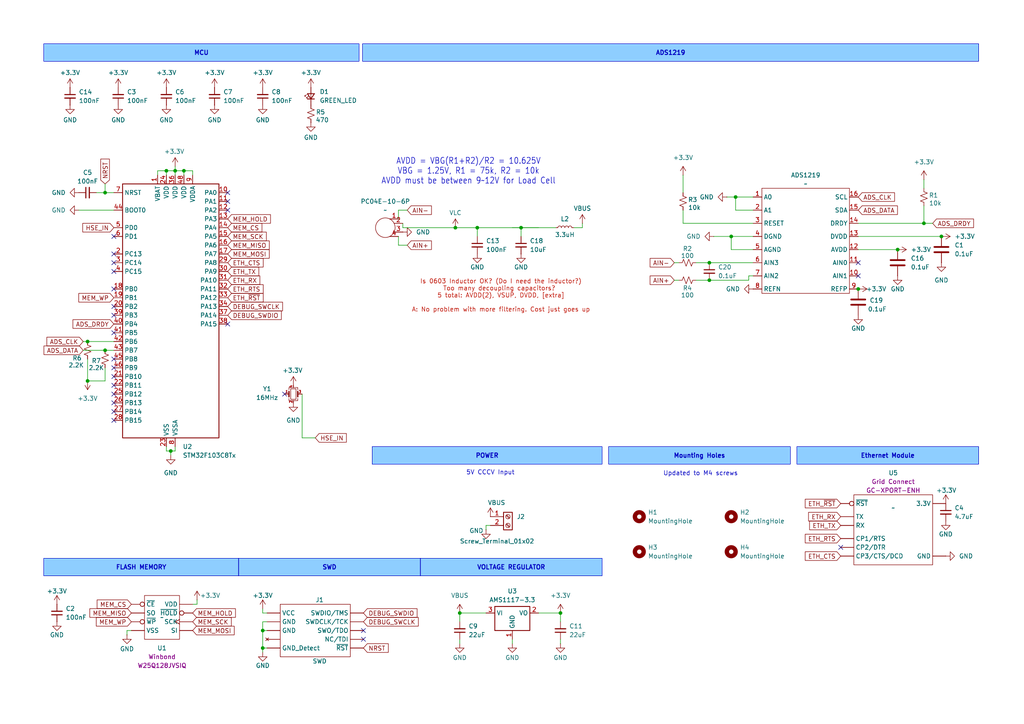
<source format=kicad_sch>
(kicad_sch (version 20250114) (generator "eeschema") (generator_version "9.0")
  (paper "A4")
  (lib_symbols
    (symbol "Connector:Screw_Terminal_01x02" (pin_names (offset 1.016) (hide yes))
      (property "Reference" "J2" (at 2.54 0.0001 0))
      (property "Value" "Screw_Terminal_01x02" (at 2.54 -2.5399 0))
      (symbol "Screw_Terminal_01x02_1_1"
        (rectangle (start -1.27 1.27) (end 1.27 -3.81) (stroke (width 0.254)))
        (polyline (pts (xy -0.5334 0.3302) (xy 0.3302 -0.508)) (stroke (width 0.1524)))
        (polyline (pts (xy -0.5334 -2.2098) (xy 0.3302 -3.048)) (stroke (width 0.1524)))
        (polyline (pts (xy -0.3556 0.508) (xy 0.508 -0.3302)) (stroke (width 0.1524)))
        (polyline (pts (xy -0.3556 -2.032) (xy 0.508 -2.8702)) (stroke (width 0.1524)))
        (circle (center 0 0) (radius 0.635) (stroke (width 0.1524)))
        (circle (center 0 -2.54) (radius 0.635) (stroke (width 0.1524)))
        (pin passive line (at -5.08 0 0) (length 3.81) (name "Pin_1") (number "1"))
        (pin passive line (at -5.08 -2.54 0) (length 3.81) (name "Pin_2") (number "2"))
      )
    )
    (symbol "Device:C" (pin_numbers (hide yes)) (pin_names (offset 0.254))
      (property "Reference" "C" (at 0.635 2.54 0))
      (property "Value" "C" (at 0.635 -2.54 0))
      (symbol "C_0_1"
        (polyline (pts (xy -2.032 0.762) (xy 2.032 0.762)) (stroke (width 0.508)))
        (polyline (pts (xy -2.032 -0.762) (xy 2.032 -0.762)) (stroke (width 0.508)))
      )
      (symbol "C_1_1"
        (pin passive line (at 0 3.81 270) (length 2.794) (name "~") (number "1"))
        (pin passive line (at 0 -3.81 90) (length 2.794) (name "~") (number "2"))
      )
    )
    (symbol "Device:C_Small" (pin_numbers (hide yes)) (pin_names (offset 0.254) (hide yes))
      (property "Reference" "C" (at 0.254 1.778 0))
      (property "Value" "C_Small" (at 0.254 -2.032 0))
      (symbol "C_Small_0_1"
        (polyline (pts (xy -1.524 0.508) (xy 1.524 0.508)) (stroke (width 0.3048)))
        (polyline (pts (xy -1.524 -0.508) (xy 1.524 -0.508)) (stroke (width 0.3302)))
      )
      (symbol "C_Small_1_1"
        (pin passive line (at 0 2.54 270) (length 2.032) (name "~") (number "1"))
        (pin passive line (at 0 -2.54 90) (length 2.032) (name "~") (number "2"))
      )
    )
    (symbol "Device:Crystal_GND24_Small" (pin_names (offset 1.016) (hide yes))
      (property "Reference" "Y" (at 1.27 4.445 0))
      (property "Value" "Crystal_GND24_Small" (at 1.27 2.54 0))
      (symbol "Crystal_GND24_Small_0_1"
        (polyline (pts (xy -1.27 1.27) (xy -1.27 1.905) (xy 1.27 1.905) (xy 1.27 1.27)))
        (polyline (pts (xy -1.27 -0.762) (xy -1.27 0.762)) (stroke (width 0.381)))
        (polyline (pts (xy -1.27 -1.27) (xy -1.27 -1.905) (xy 1.27 -1.905) (xy 1.27 -1.27)))
        (rectangle (start -0.762 -1.524) (end 0.762 1.524))
        (polyline (pts (xy 1.27 -0.762) (xy 1.27 0.762)) (stroke (width 0.381)))
      )
      (symbol "Crystal_GND24_Small_1_1"
        (pin passive line (at -2.54 0 0) (length 1.27) (name "1") (number "1"))
        (pin passive line (at 0 2.54 270) (length 0.635) (name "4") (number "4"))
        (pin passive line (at 0 -2.54 90) (length 0.635) (name "2") (number "2"))
        (pin passive line (at 2.54 0 180) (length 1.27) (name "3") (number "3"))
      )
    )
    (symbol "Device:LED_Small" (pin_numbers (hide yes)) (pin_names (offset 0.254) (hide yes))
      (property "Reference" "D" (at -1.27 3.175 0))
      (property "Value" "LED_Small" (at -4.445 -2.54 0))
      (symbol "LED_Small_0_1"
        (polyline (pts (xy -0.762 -1.016) (xy -0.762 1.016)) (stroke (width 0.254)))
        (polyline (pts (xy 0 0.762) (xy -0.508 1.27) (xy -0.254 1.27) (xy -0.508 1.27) (xy -0.508 1.016)))
        (polyline (pts (xy 0.508 1.27) (xy 0 1.778) (xy 0.254 1.778) (xy 0 1.778) (xy 0 1.524)))
        (polyline (pts (xy 0.762 -1.016) (xy -0.762 0) (xy 0.762 1.016) (xy 0.762 -1.016)) (stroke (width 0.254)))
        (polyline (pts (xy 1.016 0) (xy -0.762 0)))
      )
      (symbol "LED_Small_1_1"
        (pin passive line (at -2.54 0 0) (length 1.778) (name "K") (number "1"))
        (pin passive line (at 2.54 0 180) (length 1.778) (name "A") (number "2"))
      )
    )
    (symbol "Device:L_Small" (pin_numbers (hide yes)) (pin_names (offset 0.254) (hide yes))
      (property "Reference" "L" (at 0.762 1.016 0))
      (property "Value" "L_Small" (at 0.762 -1.016 0))
      (symbol "L_Small_0_1"
        (arc (start 0 2.032) (mid 0.5058 1.524) (end 0 1.016))
        (arc (start 0 1.016) (mid 0.5058 0.508) (end 0 0))
        (arc (start 0 0) (mid 0.5058 -0.508) (end 0 -1.016))
        (arc (start 0 -1.016) (mid 0.5058 -1.524) (end 0 -2.032))
      )
      (symbol "L_Small_1_1"
        (pin passive line (at 0 2.54 270) (length 0.508) (name "~") (number "1"))
        (pin passive line (at 0 -2.54 90) (length 0.508) (name "~") (number "2"))
      )
    )
    (symbol "Device:R_Small_US" (pin_numbers (hide yes)) (pin_names (offset 0.254) (hide yes))
      (property "Reference" "R" (at 0.762 0.508 0))
      (property "Value" "R_Small_US" (at 0.762 -1.016 0))
      (symbol "R_Small_US_1_1"
        (polyline (pts (xy 0 1.524) (xy 1.016 1.143) (xy 0 0.762) (xy -1.016 0.381) (xy 0 0)))
        (polyline (pts (xy 0 0) (xy 1.016 -0.381) (xy 0 -0.762) (xy -1.016 -1.143) (xy 0 -1.524)))
        (pin passive line (at 0 2.54 270) (length 1.016) (name "~") (number "1"))
        (pin passive line (at 0 -2.54 90) (length 1.016) (name "~") (number "2"))
      )
    )
    (symbol "MCU_ST_STM32F1:STM32F103C8Tx"
      (property "Reference" "U1" (at 4.7341 -38.1 0))
      (property "Value" "STM32F103C8Tx" (at 4.7341 -40.64 0))
      (symbol "STM32F103C8Tx_1_1"
        (rectangle (start -12.7 38.1) (end 15.24 -35.56) (stroke (width 0.254)))
        (pin input line (at -15.24 35.56 0) (length 2.54) (name "NRST") (number "7"))
        (pin input line (at -15.24 30.48 0) (length 2.54) (name "BOOT0") (number "44"))
        (pin bidirectional line (at -15.24 25.4 0) (length 2.54) (name "PD0") (number "5"))
        (pin bidirectional line (at -15.24 22.86 0) (length 2.54) (name "PD1") (number "6"))
        (pin bidirectional line (at -15.24 17.78 0) (length 2.54) (name "PC13") (number "2"))
        (pin bidirectional line (at -15.24 15.24 0) (length 2.54) (name "PC14") (number "3"))
        (pin bidirectional line (at -15.24 12.7 0) (length 2.54) (name "PC15") (number "4"))
        (pin bidirectional line (at -15.24 7.62 0) (length 2.54) (name "PB0") (number "18"))
        (pin bidirectional line (at -15.24 5.08 0) (length 2.54) (name "PB1") (number "19"))
        (pin bidirectional line (at -15.24 2.54 0) (length 2.54) (name "PB2") (number "20"))
        (pin bidirectional line (at -15.24 0 0) (length 2.54) (name "PB3") (number "39"))
        (pin bidirectional line (at -15.24 -2.54 0) (length 2.54) (name "PB4") (number "40"))
        (pin bidirectional line (at -15.24 -5.08 0) (length 2.54) (name "PB5") (number "41"))
        (pin bidirectional line (at -15.24 -7.62 0) (length 2.54) (name "PB6") (number "42"))
        (pin bidirectional line (at -15.24 -10.16 0) (length 2.54) (name "PB7") (number "43"))
        (pin bidirectional line (at -15.24 -12.7 0) (length 2.54) (name "PB8") (number "45"))
        (pin bidirectional line (at -15.24 -15.24 0) (length 2.54) (name "PB9") (number "46"))
        (pin bidirectional line (at -15.24 -17.78 0) (length 2.54) (name "PB10") (number "21"))
        (pin bidirectional line (at -15.24 -20.32 0) (length 2.54) (name "PB11") (number "22"))
        (pin bidirectional line (at -15.24 -22.86 0) (length 2.54) (name "PB12") (number "25"))
        (pin bidirectional line (at -15.24 -25.4 0) (length 2.54) (name "PB13") (number "26"))
        (pin bidirectional line (at -15.24 -27.94 0) (length 2.54) (name "PB14") (number "27"))
        (pin bidirectional line (at -15.24 -30.48 0) (length 2.54) (name "PB15") (number "28"))
        (pin power_in line (at -2.54 40.64 270) (length 2.54) (name "VBAT") (number "1"))
        (pin power_in line (at 0 40.64 270) (length 2.54) (name "VDD") (number "24"))
        (pin power_in line (at 0 -38.1 90) (length 2.54) (name "VSS") (number "23"))
        (pin passive line (at 0 -38.1 90) (length 2.54) (hide yes) (name "VSS") (number "35"))
        (pin passive line (at 0 -38.1 90) (length 2.54) (hide yes) (name "VSS") (number "47"))
        (pin power_in line (at 2.54 40.64 270) (length 2.54) (name "VDD") (number "36"))
        (pin power_in line (at 2.54 -38.1 90) (length 2.54) (name "VSSA") (number "8"))
        (pin power_in line (at 5.08 40.64 270) (length 2.54) (name "VDD") (number "48"))
        (pin power_in line (at 7.62 40.64 270) (length 2.54) (name "VDDA") (number "9"))
        (pin bidirectional line (at 17.78 35.56 180) (length 2.54) (name "PA0") (number "10"))
        (pin bidirectional line (at 17.78 33.02 180) (length 2.54) (name "PA1") (number "11"))
        (pin bidirectional line (at 17.78 30.48 180) (length 2.54) (name "PA2") (number "12"))
        (pin bidirectional line (at 17.78 27.94 180) (length 2.54) (name "PA3") (number "13"))
        (pin bidirectional line (at 17.78 25.4 180) (length 2.54) (name "PA4") (number "14"))
        (pin bidirectional line (at 17.78 22.86 180) (length 2.54) (name "PA5") (number "15"))
        (pin bidirectional line (at 17.78 20.32 180) (length 2.54) (name "PA6") (number "16"))
        (pin bidirectional line (at 17.78 17.78 180) (length 2.54) (name "PA7") (number "17"))
        (pin bidirectional line (at 17.78 15.24 180) (length 2.54) (name "PA8") (number "29"))
        (pin bidirectional line (at 17.78 12.7 180) (length 2.54) (name "PA9") (number "30"))
        (pin bidirectional line (at 17.78 10.16 180) (length 2.54) (name "PA10") (number "31"))
        (pin bidirectional line (at 17.78 7.62 180) (length 2.54) (name "PA11") (number "32"))
        (pin bidirectional line (at 17.78 5.08 180) (length 2.54) (name "PA12") (number "33"))
        (pin bidirectional line (at 17.78 2.54 180) (length 2.54) (name "PA13") (number "34"))
        (pin bidirectional line (at 17.78 0 180) (length 2.54) (name "PA14") (number "37"))
        (pin bidirectional line (at 17.78 -2.54 180) (length 2.54) (name "PA15") (number "38"))
      )
    )
    (symbol "Mechanical:MountingHole" (pin_names (offset 1.016)) (exclude_from_sim yes) (in_bom no)
      (property "Reference" "H" (at 0 5.08 0))
      (property "Value" "MountingHole" (at 0 3.175 0))
      (symbol "MountingHole_0_1"
        (circle (center 0 0) (radius 1.27) (stroke (width 1.27)))
      )
    )
    (symbol "Regulator_Linear:AMS1117-3.3"
      (property "Reference" "U3" (at 0 6.35 0))
      (property "Value" "AMS1117-3.3" (at 0 3.81 0))
      (symbol "AMS1117-3.3_1_1"
        (rectangle (start -5.08 1.905) (end 5.08 -5.08) (stroke (width 0.254)))
        (pin power_in line (at -7.62 0 0) (length 2.54) (name "VI") (number "3"))
        (pin power_in line (at 0 -7.62 90) (length 2.54) (name "GND") (number "1"))
        (pin power_out line (at 7.62 0 180) (length 2.54) (name "VO") (number "2"))
      )
    )
    (symbol "UCIRP-KiCAD-Lib:ARM_Cortex_Debug" (pin_numbers (hide yes))
      (property "Reference" "J" (at 0 11.43 0))
      (property "Value" "ARM Cortex Debug" (at 0 8.89 0))
      (symbol "ARM_Cortex_Debug_0_1"
        (rectangle (start -10.16 7.62) (end 10.16 -7.62))
      )
      (symbol "ARM_Cortex_Debug_1_1"
        (pin passive line (at -13.97 5.08 0) (length 3.81) (name "VCC") (number "1"))
        (pin passive line (at -13.97 2.54 0) (length 3.81) (name "GND") (number "3"))
        (pin passive line (at -13.97 0 0) (length 3.81) (name "GND") (number "5"))
        (pin no_connect line (at -13.97 -2.54 0) (length 3.81) (name "") (number "7"))
        (pin passive line (at -13.97 -5.08 0) (length 3.81) (name "GND_Detect") (number "9"))
        (pin passive line (at 13.97 5.08 180) (length 3.81) (name "SWDIO/TMS") (number "2"))
        (pin passive line (at 13.97 2.54 180) (length 3.81) (name "SWDCLK/TCK") (number "4"))
        (pin passive line (at 13.97 0 180) (length 3.81) (name "SWO/TDO") (number "6"))
        (pin passive line (at 13.97 -2.54 180) (length 3.81) (name "NC/TDI") (number "8"))
        (pin passive line (at 13.97 -5.08 180) (length 3.81) (name "~{RST}") (number "10"))
      )
    )
    (symbol "UCIRP-KiCAD-Lib:GC-XPORT" (pin_numbers (hide yes))
      (property "Reference" "U" (at 0 17.78 0))
      (property "Manufacturer" "Grid Connect" (at 0 0 0))
      (property "Part #" "GC-XPORT-ENH" (at 0 0 0))
      (symbol "GC-XPORT_0_1"
        (rectangle (start -11.43 10.16) (end 11.43 -10.16))
      )
      (symbol "GC-XPORT_1_1"
        (pin input inverted (at -15.24 7.62 0) (length 3.81) (name "~{RST}") (number "3"))
        (pin output line (at -15.24 3.81 0) (length 3.81) (name "TX") (number "4"))
        (pin input line (at -15.24 1.27 0) (length 3.81) (name "RX") (number "5"))
        (pin bidirectional line (at -15.24 -2.54 0) (length 3.81) (name "CP1/RTS") (number "6"))
        (pin bidirectional line (at -15.24 -5.08 0) (length 3.81) (name "CP2/DTR") (number "7"))
        (pin bidirectional line (at -15.24 -7.62 0) (length 3.81) (name "CP3/CTS/DCD") (number "8"))
        (pin power_in line (at 15.24 7.62 180) (length 3.81) (name "3.3V") (number "2"))
        (pin power_in line (at 15.24 -7.62 180) (length 3.81) (name "GND") (number "1"))
      )
    )
    (symbol "UCIRP-KiCAD-Lib:SST25VF016B" (pin_numbers (hide yes))
      (property "Reference" "U" (at 0 7.62 0))
      (property "Manufacturer" "Microchip" (at 0 0 0))
      (property "Part #" "SST25VF016B-50-4I-S2AF" (at 0 0 0))
      (symbol "SST25VF016B_0_1"
        (rectangle (start -5.08 6.35) (end 5.08 -6.35))
      )
      (symbol "SST25VF016B_1_1"
        (pin input inverted (at -8.89 3.81 0) (length 3.81) (name "~{CE}") (number "1"))
        (pin output line (at -8.89 1.27 0) (length 3.81) (name "SO") (number "2"))
        (pin input inverted (at -8.89 -1.27 0) (length 3.81) (name "~{WP}") (number "3"))
        (pin power_in line (at -8.89 -3.81 0) (length 3.81) (name "VSS") (number "4"))
        (pin power_in line (at 8.89 3.81 180) (length 3.81) (name "VDD") (number "8"))
        (pin input inverted (at 8.89 1.27 180) (length 3.81) (name "~{HOLD}") (number "7"))
        (pin input clock (at 8.89 -1.27 180) (length 3.81) (name "SCK") (number "6"))
        (pin input line (at 8.89 -3.81 180) (length 3.81) (name "SI") (number "5"))
      )
    )
    (symbol "UCIRP-LIB:gx12"
      (property "Reference" "GX12" (at 0 6.35 0))
      (property "Value" "~" (at 0 5.08 0))
      (symbol "gx12_1_1"
        (circle (center 0 0) (radius 2.8398))
        (pin input line (at 3.81 2.54 180) (length 2.54) (name "") (number "1"))
        (pin input line (at 3.81 -2.54 180) (length 2.54) (name "") (number "4"))
        (pin input line (at 5.08 1.27 180) (length 2.54) (name "") (number "2"))
        (pin input line (at 5.08 -1.27 180) (length 2.54) (name "") (number "3"))
      )
    )
    (symbol "load-cell-lib:ADS1219"
      (property "Reference" "ADS1219" (at 0 19.05 0))
      (property "Value" "~" (at 0 16.51 0))
      (symbol "ADS1219_0_1"
        (rectangle (start -12.7 15.24) (end 12.7 -15.24))
      )
      (symbol "ADS1219_1_1"
        (pin input line (at -15.24 12.7 0) (length 2.54) (name "A0") (number "1"))
        (pin input line (at -15.24 8.89 0) (length 2.54) (name "A1") (number "2"))
        (pin input line (at -15.24 5.08 0) (length 2.54) (name "RESET") (number "3"))
        (pin input line (at -15.24 1.27 0) (length 2.54) (name "DGND") (number "4"))
        (pin input line (at -15.24 -2.54 0) (length 2.54) (name "AGND") (number "5"))
        (pin input line (at -15.24 -6.35 0) (length 2.54) (name "AIN3") (number "6"))
        (pin input line (at -15.24 -10.16 0) (length 2.54) (name "AIN2") (number "7"))
        (pin input line (at -15.24 -13.97 0) (length 2.54) (name "REFN") (number "8"))
        (pin bidirectional line (at 15.24 12.7 180) (length 2.54) (name "SCL") (number "16"))
        (pin bidirectional line (at 15.24 8.89 180) (length 2.54) (name "SDA") (number "15"))
        (pin input line (at 15.24 5.08 180) (length 2.54) (name "DRDY") (number "14"))
        (pin input line (at 15.24 1.27 180) (length 2.54) (name "DVDD") (number "13"))
        (pin input line (at 15.24 -2.54 180) (length 2.54) (name "AVDD") (number "12"))
        (pin input line (at 15.24 -6.35 180) (length 2.54) (name "AIN0") (number "11"))
        (pin input line (at 15.24 -10.16 180) (length 2.54) (name "AIN1") (number "10"))
        (pin input line (at 15.24 -13.97 180) (length 2.54) (name "REFP") (number "9"))
      )
    )
    (symbol "power:+3.3V" (power) (pin_numbers (hide yes)) (pin_names (offset 0) (hide yes))
      (property "Value" "+3.3V" (at 0 3.556 0))
      (symbol "+3.3V_0_1"
        (polyline (pts (xy -0.762 1.27) (xy 0 2.54)))
        (polyline (pts (xy 0 2.54) (xy 0.762 1.27)))
        (polyline (pts (xy 0 0) (xy 0 2.54)))
      )
      (symbol "+3.3V_1_1"
        (pin power_in line (at 0 0 90) (length 0) (name "~") (number "1"))
      )
    )
    (symbol "power:GND" (power) (pin_numbers (hide yes)) (pin_names (offset 0) (hide yes))
      (property "Value" "GND" (at 0 -3.81 0))
      (symbol "GND_0_1"
        (polyline (pts (xy 0 0) (xy 0 -1.27) (xy 1.27 -1.27) (xy 0 -2.54) (xy -1.27 -1.27) (xy 0 -1.27)))
      )
      (symbol "GND_1_1"
        (pin power_in line (at 0 0 270) (length 0) (name "~") (number "1"))
      )
    )
    (symbol "power:VBUS" (power) (pin_numbers (hide yes)) (pin_names (offset 0) (hide yes))
      (property "Value" "VBUS" (at 0 3.556 0))
      (symbol "VBUS_0_1"
        (polyline (pts (xy -0.762 1.27) (xy 0 2.54)))
        (polyline (pts (xy 0 2.54) (xy 0.762 1.27)))
        (polyline (pts (xy 0 0) (xy 0 2.54)))
      )
      (symbol "VBUS_1_1"
        (pin power_in line (at 0 0 90) (length 0) (name "~") (number "1"))
      )
    )
  )
  (text "Updated to M4 screws\n" (at 203.2 137.414 0) (effects (font (size 1.27 1.27))))
  (text "AVDD = VBG(R1+R2)/R2 = 10.625V\nVBG = 1.25V, R1 = 75k, R2 = 10k\nAVDD must be between 9~12V for Load Cell" (at 135.89 53.594 0) (effects (font (size 1.778 1.5113)) (justify bottom)))
  (text "5V CCCV Input\n" (at 142.24 137.16 0) (effects (font (size 1.27 1.27))))
  (text "Is 0603 Inductor OK? (Do I need the inductor?)\nToo many decoupling capacitors? \n5 total: AVDD(2), VSUP, DVDD, [extra]\n\nA: No problem with more filtering. Cost just goes up" (at 145.288 85.852 0) (effects (font (size 1.27 1.27))))
  (text_box "FLASH MEMORY" (at 12.7 161.925 0) (size 56.515 5.08) (margins 0.9525 0.9525 0.9525 0.9525) (fill (type color) (color 142 206 255 1)) (effects (font (size 1.27 1.27) (thickness 0.254) (bold yes))))
  (text_box "POWER" (at 107.95 129.54 0) (size 66.675 5.08) (margins 0.9525 0.9525 0.9525 0.9525) (fill (type color) (color 142 206 255 1)) (effects (font (size 1.27 1.27) (thickness 0.254) (bold yes))))
  (text_box "VOLTAGE REGULATOR" (at 121.92 161.925 0) (size 52.705 5.08) (margins 0.9525 0.9525 0.9525 0.9525) (fill (type color) (color 142 206 255 1)) (effects (font (size 1.27 1.27) (thickness 0.254) (bold yes))))
  (text_box "Mounting Holes\n" (at 176.53 129.54 0) (size 52.705 5.08) (margins 0.9525 0.9525 0.9525 0.9525) (fill (type color) (color 142 206 255 1)) (effects (font (size 1.27 1.27) (thickness 0.254) (bold yes))))
  (text_box "SWD\n" (at 69.215 161.925 0) (size 52.705 5.08) (margins 0.9525 0.9525 0.9525 0.9525) (fill (type color) (color 142 206 255 1)) (effects (font (size 1.27 1.27) (thickness 0.254) (bold yes))))
  (text_box "Ethernet Module\n" (at 231.14 129.54 0) (size 52.705 5.08) (margins 0.9525 0.9525 0.9525 0.9525) (fill (type color) (color 142 206 255 1)) (effects (font (size 1.27 1.27) (thickness 0.254) (bold yes))))
  (text_box "ADS1219\n" (at 105.156 12.7 0) (size 178.689 5.08) (margins 0.9525 0.9525 0.9525 0.9525) (fill (type color) (color 142 206 255 1)) (effects (font (size 1.27 1.27) (thickness 0.254) (bold yes))))
  (text_box "MCU\n" (at 12.7 12.7 0) (size 91.44 5.08) (margins 0.9525 0.9525 0.9525 0.9525) (fill (type color) (color 142 206 255 1)) (effects (font (size 1.27 1.27) (thickness 0.254) (bold yes))))
  (junction (at 138.43 66.04))
  (junction (at 205.74 81.28))
  (junction (at 30.48 55.88))
  (junction (at 132.08 66.04))
  (junction (at 30.48 101.6))
  (junction (at 248.92 83.82))
  (junction (at 267.97 64.77))
  (junction (at 273.05 68.58))
  (junction (at 25.4 99.06))
  (junction (at 151.13 66.04))
  (junction (at 50.8 49.53))
  (junction (at 213.36 57.15))
  (junction (at 53.34 49.53))
  (junction (at 76.2 182.88))
  (junction (at 76.2 187.96))
  (junction (at 260.35 72.39))
  (junction (at 133.35 177.8))
  (junction (at 212.09 68.58))
  (junction (at 49.53 130.81))
  (junction (at 162.56 177.8))
  (junction (at 205.74 76.2))
  (junction (at 25.4 110.49))
  (junction (at 48.26 49.53))
  (no_connect (at 33.02 121.92))
  (no_connect (at 33.02 111.76))
  (no_connect (at 105.41 185.42))
  (no_connect (at 248.92 76.2))
  (no_connect (at 105.41 182.88))
  (no_connect (at 33.02 114.3))
  (no_connect (at 243.84 158.75))
  (no_connect (at 33.02 91.44))
  (no_connect (at 33.02 73.66))
  (no_connect (at 66.04 60.96))
  (no_connect (at 33.02 104.14))
  (no_connect (at 33.02 76.2))
  (no_connect (at 33.02 109.22))
  (no_connect (at 33.02 96.52))
  (no_connect (at 66.04 58.42))
  (no_connect (at 66.04 93.98))
  (no_connect (at 33.02 116.84))
  (no_connect (at 33.02 68.58))
  (no_connect (at 66.04 55.88))
  (no_connect (at 33.02 88.9))
  (no_connect (at 33.02 78.74))
  (no_connect (at 82.55 114.3))
  (no_connect (at 33.02 119.38))
  (no_connect (at 248.92 80.01))
  (no_connect (at 33.02 106.68))
  (no_connect (at 33.02 83.82))
  (wire (pts (xy 76.2 177.8) (xy 76.2 176.53)))
  (wire (pts (xy 148.59 66.04) (xy 138.43 66.04)) (stroke (width 0.1524)))
  (wire (pts (xy 218.44 60.96) (xy 213.36 60.96)))
  (wire (pts (xy 50.8 49.53) (xy 50.8 50.8)))
  (wire (pts (xy 48.26 130.81) (xy 49.53 130.81)))
  (wire (pts (xy 87.63 127) (xy 87.63 114.3)))
  (wire (pts (xy 48.26 49.53) (xy 50.8 49.53)))
  (wire (pts (xy 212.09 68.58) (xy 218.44 68.58)))
  (wire (pts (xy 22.86 60.96) (xy 33.02 60.96)))
  (wire (pts (xy 148.59 186.69) (xy 148.59 185.42)))
  (wire (pts (xy 166.37 66.04) (xy 168.91 66.04)))
  (wire (pts (xy 198.12 50.8) (xy 198.12 55.88)))
  (wire (pts (xy 267.97 64.77) (xy 270.51 64.77)))
  (wire (pts (xy 55.88 49.53) (xy 55.88 50.8)))
  (wire (pts (xy 133.35 177.8) (xy 133.35 180.34)))
  (wire (pts (xy 142.24 152.4) (xy 140.97 152.4)))
  (wire (pts (xy 91.44 127) (xy 87.63 127)))
  (wire (pts (xy 116.84 64.77) (xy 116.84 66.04)))
  (wire (pts (xy 133.35 177.8) (xy 140.97 177.8)))
  (wire (pts (xy 30.48 53.34) (xy 30.48 55.88)))
  (wire (pts (xy 50.8 49.53) (xy 53.34 49.53)))
  (wire (pts (xy 162.56 185.42) (xy 162.56 186.69)))
  (wire (pts (xy 30.48 110.49) (xy 30.48 106.68)))
  (wire (pts (xy 201.93 76.2) (xy 205.74 76.2)))
  (wire (pts (xy 77.47 177.8) (xy 76.2 177.8)))
  (wire (pts (xy 248.92 72.39) (xy 260.35 72.39)))
  (wire (pts (xy 140.97 152.4) (xy 140.97 153.67)))
  (wire (pts (xy 27.94 55.88) (xy 30.48 55.88)))
  (wire (pts (xy 133.35 185.42) (xy 133.35 186.69)))
  (wire (pts (xy 77.47 187.96) (xy 76.2 187.96)))
  (wire (pts (xy 36.83 182.88) (xy 38.1 182.88)))
  (wire (pts (xy 77.47 180.34) (xy 76.2 180.34)))
  (wire (pts (xy 76.2 180.34) (xy 76.2 182.88)))
  (wire (pts (xy 115.57 60.96) (xy 115.57 63.5)))
  (wire (pts (xy 53.34 49.53) (xy 55.88 49.53)))
  (wire (pts (xy 151.13 66.04) (xy 151.13 68.58)) (stroke (width 0.1524)))
  (wire (pts (xy 212.09 72.39) (xy 212.09 68.58)))
  (wire (pts (xy 248.92 64.77) (xy 267.97 64.77)))
  (wire (pts (xy 50.8 49.53) (xy 50.8 48.26)))
  (wire (pts (xy 213.36 60.96) (xy 213.36 57.15)))
  (wire (pts (xy 45.72 49.53) (xy 48.26 49.53)))
  (wire (pts (xy 156.21 177.8) (xy 162.56 177.8)))
  (wire (pts (xy 115.57 71.12) (xy 115.57 68.58)))
  (wire (pts (xy 267.97 52.07) (xy 267.97 54.61)))
  (wire (pts (xy 205.74 76.2) (xy 218.44 76.2)))
  (wire (pts (xy 118.11 60.96) (xy 115.57 60.96)))
  (wire (pts (xy 36.83 184.15) (xy 36.83 182.88)))
  (wire (pts (xy 217.17 81.28) (xy 217.17 80.01)))
  (wire (pts (xy 248.92 85.09) (xy 248.92 83.82)))
  (wire (pts (xy 148.59 66.04) (xy 151.13 66.04)) (stroke (width 0.2032)))
  (wire (pts (xy 151.13 66.04) (xy 156.21 66.04)) (stroke (width 0.2032)))
  (wire (pts (xy 30.48 101.6) (xy 33.02 101.6)))
  (wire (pts (xy 45.72 50.8) (xy 45.72 49.53)))
  (wire (pts (xy 207.01 68.58) (xy 212.09 68.58)))
  (wire (pts (xy 198.12 64.77) (xy 198.12 60.96)))
  (wire (pts (xy 248.92 68.58) (xy 273.05 68.58)))
  (wire (pts (xy 76.2 182.88) (xy 76.2 187.96)))
  (wire (pts (xy 156.21 66.04) (xy 161.29 66.04)))
  (wire (pts (xy 24.13 99.06) (xy 25.4 99.06)))
  (wire (pts (xy 195.58 81.28) (xy 196.85 81.28)))
  (wire (pts (xy 53.34 49.53) (xy 53.34 50.8)))
  (wire (pts (xy 25.4 99.06) (xy 33.02 99.06)))
  (wire (pts (xy 162.56 177.8) (xy 162.56 180.34)))
  (wire (pts (xy 198.12 64.77) (xy 218.44 64.77)))
  (wire (pts (xy 57.15 175.26) (xy 57.15 173.99)))
  (wire (pts (xy 138.43 68.58) (xy 138.43 66.04)) (stroke (width 0.1524)))
  (wire (pts (xy 55.88 175.26) (xy 57.15 175.26)))
  (wire (pts (xy 201.93 81.28) (xy 205.74 81.28)))
  (wire (pts (xy 24.13 101.6) (xy 30.48 101.6)))
  (wire (pts (xy 116.84 66.04) (xy 132.08 66.04)))
  (wire (pts (xy 168.91 64.77) (xy 168.91 66.04)))
  (wire (pts (xy 218.44 72.39) (xy 212.09 72.39)))
  (wire (pts (xy 213.36 57.15) (xy 210.82 57.15)))
  (wire (pts (xy 217.17 80.01) (xy 218.44 80.01)))
  (wire (pts (xy 118.11 71.12) (xy 115.57 71.12)))
  (wire (pts (xy 195.58 76.2) (xy 196.85 76.2)))
  (wire (pts (xy 49.53 130.81) (xy 49.53 132.08)))
  (wire (pts (xy 205.74 81.28) (xy 217.17 81.28)))
  (wire (pts (xy 49.53 130.81) (xy 50.8 130.81)))
  (wire (pts (xy 218.44 57.15) (xy 213.36 57.15)))
  (wire (pts (xy 76.2 182.88) (xy 77.47 182.88)))
  (wire (pts (xy 48.26 129.54) (xy 48.26 130.81)))
  (wire (pts (xy 25.4 110.49) (xy 30.48 110.49)))
  (wire (pts (xy 132.08 66.04) (xy 138.43 66.04)))
  (wire (pts (xy 30.48 55.88) (xy 33.02 55.88)))
  (wire (pts (xy 48.26 49.53) (xy 48.26 50.8)))
  (wire (pts (xy 25.4 104.14) (xy 25.4 110.49)))
  (wire (pts (xy 50.8 130.81) (xy 50.8 129.54)))
  (wire (pts (xy 76.2 187.96) (xy 76.2 189.23)))
  (wire (pts (xy 267.97 59.69) (xy 267.97 64.77)))
  (global_label "MEM_HOLD" (shape input) (at 66.04 63.5 0) (property "Intersheetrefs" "${INTERSHEET_REFS}" (effects (hide yes))))
  (global_label "MEM_MOSI" (shape input) (at 55.88 182.88 0) (property "Intersheetrefs" "${INTERSHEET_REFS}" (effects (hide yes))))
  (global_label "ETH_RTS" (shape input) (at 243.84 156.21 180) (property "Intersheetrefs" "${INTERSHEET_REFS}" (effects (hide yes))))
  (global_label "MEM_MISO" (shape input) (at 38.1 177.8 180) (property "Intersheetrefs" "${INTERSHEET_REFS}" (effects (hide yes))))
  (global_label "MEM_MOSI" (shape input) (at 66.04 73.66 0) (property "Intersheetrefs" "${INTERSHEET_REFS}" (effects (hide yes))))
  (global_label "ETH_RX" (shape input) (at 66.04 81.28 0) (property "Intersheetrefs" "${INTERSHEET_REFS}" (effects (hide yes))))
  (global_label "ADS_DATA" (shape input) (at 248.92 60.96 0) (property "Intersheetrefs" "${INTERSHEET_REFS}" (effects (hide yes))))
  (global_label "AIN-" (shape input) (at 118.11 60.96 0) (property "Intersheetrefs" "${INTERSHEET_REFS}" (effects (hide yes))))
  (global_label "DEBUG_SWDIO" (shape input) (at 66.04 91.44 0) (property "Intersheetrefs" "${INTERSHEET_REFS}" (effects (hide yes))))
  (global_label "ADS_DRDY" (shape input) (at 33.02 93.98 180) (property "Intersheetrefs" "${INTERSHEET_REFS}" (effects (hide yes))))
  (global_label "MEM_SCK" (shape input) (at 55.88 180.34 0) (property "Intersheetrefs" "${INTERSHEET_REFS}" (effects (hide yes))))
  (global_label "ADS_CLK" (shape input) (at 248.92 57.15 0) (property "Intersheetrefs" "${INTERSHEET_REFS}" (effects (hide yes))))
  (global_label "MEM_MISO" (shape input) (at 66.04 71.12 0) (property "Intersheetrefs" "${INTERSHEET_REFS}" (effects (hide yes))))
  (global_label "ADS_DRDY" (shape input) (at 270.51 64.77 0) (property "Intersheetrefs" "${INTERSHEET_REFS}" (effects (hide yes))))
  (global_label "AIN+" (shape input) (at 195.58 81.28 180) (property "Intersheetrefs" "${INTERSHEET_REFS}" (effects (hide yes))))
  (global_label "NRST" (shape input) (at 30.48 53.34 90) (property "Intersheetrefs" "${INTERSHEET_REFS}" (effects (hide yes))))
  (global_label "AIN-" (shape input) (at 195.58 76.2 180) (property "Intersheetrefs" "${INTERSHEET_REFS}" (effects (hide yes))))
  (global_label "HSE_IN" (shape input) (at 91.44 127 0) (property "Intersheetrefs" "${INTERSHEET_REFS}" (effects (hide yes))))
  (global_label "NRST" (shape input) (at 105.41 187.96 0) (property "Intersheetrefs" "${INTERSHEET_REFS}" (effects (hide yes))))
  (global_label "MEM_SCK" (shape input) (at 66.04 68.58 0) (property "Intersheetrefs" "${INTERSHEET_REFS}" (effects (hide yes))))
  (global_label "ETH_CTS" (shape input) (at 243.84 161.29 180) (property "Intersheetrefs" "${INTERSHEET_REFS}" (effects (hide yes))))
  (global_label "ADS_CLK" (shape input) (at 24.13 99.06 180) (property "Intersheetrefs" "${INTERSHEET_REFS}" (effects (hide yes))))
  (global_label "MEM_HOLD" (shape input) (at 55.88 177.8 0) (property "Intersheetrefs" "${INTERSHEET_REFS}" (effects (hide yes))))
  (global_label "AIN+" (shape input) (at 118.11 71.12 0) (property "Intersheetrefs" "${INTERSHEET_REFS}" (effects (hide yes))))
  (global_label "MEM_CS" (shape input) (at 38.1 175.26 180) (property "Intersheetrefs" "${INTERSHEET_REFS}" (effects (hide yes))))
  (global_label "ADS_DATA" (shape input) (at 24.13 101.6 180) (property "Intersheetrefs" "${INTERSHEET_REFS}" (effects (hide yes))))
  (global_label "MEM_WP" (shape input) (at 38.1 180.34 180) (property "Intersheetrefs" "${INTERSHEET_REFS}" (effects (hide yes))))
  (global_label "ETH_TX" (shape input) (at 66.04 78.74 0) (property "Intersheetrefs" "${INTERSHEET_REFS}" (effects (hide yes))))
  (global_label "HSE_IN" (shape input) (at 33.02 66.04 180) (property "Intersheetrefs" "${INTERSHEET_REFS}" (effects (hide yes))))
  (global_label "ETH_CTS" (shape input) (at 66.04 76.2 0) (property "Intersheetrefs" "${INTERSHEET_REFS}" (effects (hide yes))))
  (global_label "ETH_RX" (shape input) (at 243.84 149.86 180) (property "Intersheetrefs" "${INTERSHEET_REFS}" (effects (hide yes))))
  (global_label "MEM_WP" (shape input) (at 33.02 86.36 180) (property "Intersheetrefs" "${INTERSHEET_REFS}" (effects (hide yes))))
  (global_label "ETH_~{RST}" (shape input) (at 243.84 146.05 180) (property "Intersheetrefs" "${INTERSHEET_REFS}" (effects (hide yes))))
  (global_label "DEBUG_SWCLK" (shape input) (at 105.41 180.34 0) (property "Intersheetrefs" "${INTERSHEET_REFS}" (effects (hide yes))))
  (global_label "MEM_CS" (shape input) (at 66.04 66.04 0) (property "Intersheetrefs" "${INTERSHEET_REFS}" (effects (hide yes))))
  (global_label "ETH_RTS" (shape input) (at 66.04 83.82 0) (property "Intersheetrefs" "${INTERSHEET_REFS}" (effects (hide yes))))
  (global_label "ETH_~{RST}" (shape input) (at 66.04 86.36 0) (property "Intersheetrefs" "${INTERSHEET_REFS}" (effects (hide yes))))
  (global_label "DEBUG_SWDIO" (shape input) (at 105.41 177.8 0) (property "Intersheetrefs" "${INTERSHEET_REFS}" (effects (hide yes))))
  (global_label "ETH_TX" (shape input) (at 243.84 152.4 180) (property "Intersheetrefs" "${INTERSHEET_REFS}" (effects (hide yes))))
  (global_label "DEBUG_SWCLK" (shape input) (at 66.04 88.9 0) (property "Intersheetrefs" "${INTERSHEET_REFS}" (effects (hide yes))))
  (symbol (lib_id "Connector:Screw_Terminal_01x02") (at 147.32 149.86 0) (unit 1)
    (property "Reference" "J2" (at 149.86 149.8599 0) (effects (justify left)))
    (property "Value" "Screw_Terminal_01x02" (at 133.35 156.972 0) (effects (justify left)))
    (property "Footprint" "TerminalBlock_Phoenix:TerminalBlock_Phoenix_MKDS-1,5-2-5.08_1x02_P5.08mm_Horizontal" (effects (hide yes)))
    (property "Description" "Generic screw terminal, single row, 01x02, script generated (kicad-library-utils/schlib/autogen/connector/)" (effects (hide yes)))
  )
  (symbol (lib_id "power:+3.3V") (at 34.29 25.4 0) (unit 1)
    (property "Reference" "#PWR09" (effects (hide yes)))
    (property "Value" "+3.3V" (at 34.29 21.082 0))
    (property "Description" "Power symbol creates a global label with name \"+3.3V\"" (effects (hide yes)))
  )
  (symbol (lib_id "power:GND") (at 140.97 153.67 0) (unit 1)
    (property "Reference" "#PWR044" (effects (hide yes)))
    (property "Value" "GND" (at 138.176 153.924 0))
    (property "Description" "Power symbol creates a global label with name \"GND\" , ground" (effects (hide yes)))
  )
  (symbol (lib_id "power:+3.3V") (at 57.15 173.99 0) (unit 1)
    (property "Reference" "#PWR013" (effects (hide yes)))
    (property "Value" "+3.3V" (at 60.96 172.72 0))
  )
  (symbol (lib_id "Device:C_Small") (at 62.23 27.94 180) (unit 1)
    (property "Reference" "C7" (at 64.77 26.6635 0) (effects (justify right)))
    (property "Value" "100nF" (at 64.77 29.2035 0) (effects (justify right)))
    (property "Footprint" "Capacitor_SMD:C_0603_1608Metric" (effects (hide yes)))
    (property "Description" "Unpolarized capacitor, small symbol" (effects (hide yes)))
  )
  (symbol (lib_id "power:VBUS") (at 133.35 177.8 0) (unit 1)
    (property "Reference" "#PWR025" (effects (hide yes)))
    (property "Value" "VBUS" (at 133.35 172.72 0))
    (property "Description" "Power symbol creates a global label with name \"VBUS\"" (effects (hide yes)))
  )
  (symbol (lib_id "Device:Crystal_GND24_Small") (at 85.09 114.3 0) (unit 1)
    (property "Reference" "Y1" (at 77.47 112.776 0))
    (property "Value" "16MHz" (at 77.47 115.316 0))
    (property "Footprint" "Crystal:Crystal_SMD_2520-4Pin_2.5x2.0mm" (effects (hide yes)))
    (property "Datasheet" "https://ecsxtal.com/store/pdf/ECS_1633.pdf" (effects (hide yes)))
    (property "Manufacturer" "ECS" (effects (hide yes)))
    (property "Part #" "ECS-1633-160-BN-TR" (effects (hide yes)))
  )
  (symbol (lib_id "power:GND") (at 85.09 116.84 0) (unit 1)
    (property "Reference" "#PWR041" (effects (hide yes)))
    (property "Value" "GND" (at 85.09 121.92 0))
    (property "Description" "Power symbol creates a global label with name \"GND\" , ground" (effects (hide yes)))
  )
  (symbol (lib_id "power:VBUS") (at 142.24 149.86 0) (unit 1)
    (property "Reference" "#PWR037" (effects (hide yes)))
    (property "Value" "VBUS" (at 144.018 145.796 0))
    (property "Description" "Power symbol creates a global label with name \"VBUS\"" (effects (hide yes)))
  )
  (symbol (lib_id "power:GND") (at 62.23 30.48 0) (unit 1)
    (property "Reference" "#PWR017" (effects (hide yes)))
    (property "Value" "GND" (at 62.23 34.798 0))
    (property "Description" "Power symbol creates a global label with name \"GND\" , ground" (effects (hide yes)))
  )
  (symbol (lib_id "power:+3.3V") (at 25.4 110.49 180) (unit 1)
    (property "Reference" "#PWR024" (effects (hide yes)))
    (property "Value" "+3.3V" (at 25.4 115.57 0))
    (property "Description" "Power symbol creates a global label with name \"+3.3V\"" (effects (hide yes)))
  )
  (symbol (lib_id "Regulator_Linear:AMS1117-3.3") (at 148.59 177.8 0) (unit 1)
    (property "Reference" "U3" (at 148.59 171.45 0))
    (property "Value" "AMS1117-3.3" (at 148.59 173.99 0))
    (property "Footprint" "Package_TO_SOT_SMD:SOT-223-3_TabPin2" (effects (hide yes)))
    (property "Datasheet" "http://www.advanced-monolithic.com/pdf/ds1117.pdf" (effects (hide yes)))
    (property "Description" "1A Low Dropout regulator, positive, 3.3V fixed output, SOT-223" (effects (hide yes)))
  )
  (symbol (lib_id "Device:R_Small_US") (at 30.48 104.14 180) (unit 1)
    (property "Reference" "R7" (at 27.94 104.648 0))
    (property "Value" "2.2K" (at 27.94 106.68 0))
    (property "Footprint" "Resistor_SMD:R_0603_1608Metric" (effects (hide yes)))
    (property "Description" "Resistor, small US symbol" (effects (hide yes)))
  )
  (symbol (lib_id "UCIRP-KiCAD-Lib:SST25VF016B") (at 46.99 179.07 0) (unit 1)
    (property "Reference" "U1" (at 46.99 187.96 0))
    (property "Value" "~" (at 46.99 179.07 0))
    (property "Footprint" "Package_SO:SOIC-8W_5.3x5.3mm_P1.27mm" (effects (hide yes)))
    (property "Datasheet" "https://www.winbond.com/resource-files/W25Q128JV%20RevI%2008232021%20Plus.pdf" (effects (hide yes)))
    (property "Manufacturer" "Winbond" (at 46.99 190.5 0))
    (property "Part #" "W25Q128JVSIQ" (at 46.99 193.04 0))
  )
  (symbol (lib_id "UCIRP-LIB:gx12") (at 111.76 66.04 0) (unit 1)
    (property "Reference" "PC04E-10-6P" (at 111.76 58.42 0))
    (property "Value" "~" (at 111.76 60.96 0))
    (property "Footprint" "UCIRP-KiCAD-Lib:gx12" (effects (hide yes)))
  )
  (symbol (lib_id "power:GND") (at 90.17 35.56 0) (mirror y) (unit 1)
    (property "Reference" "#PWR023" (effects (hide yes)))
    (property "Value" "GND" (at 90.17 39.878 0))
    (property "Description" "Power symbol creates a global label with name \"GND\" , ground" (effects (hide yes)))
  )
  (symbol (lib_id "power:+3.3V") (at 16.51 175.26 0) (unit 1)
    (property "Reference" "#PWR02" (effects (hide yes)))
    (property "Value" "+3.3V" (at 16.51 171.45 0))
  )
  (symbol (lib_id "power:GND") (at 274.32 151.13 0) (unit 1)
    (property "Reference" "#PWR034" (effects (hide yes)))
    (property "Value" "GND" (at 274.32 154.94 0))
  )
  (symbol (lib_id "Device:C_Small") (at 25.4 55.88 90) (unit 1)
    (property "Reference" "C5" (at 25.4 50.038 90))
    (property "Value" "100nF" (at 25.4 52.578 90))
    (property "Footprint" "Capacitor_SMD:C_0603_1608Metric" (effects (hide yes)))
    (property "Description" "Unpolarized capacitor, small symbol" (effects (hide yes)))
  )
  (symbol (lib_id "MCU_ST_STM32F1:STM32F103C8Tx") (at 48.26 91.44 0) (unit 1)
    (property "Reference" "U2" (at 52.9941 129.54 0) (effects (justify left)))
    (property "Value" "STM32F103C8Tx" (at 52.9941 132.08 0) (effects (justify left)))
    (property "Footprint" "Package_QFP:LQFP-48_7x7mm_P0.5mm" (effects (hide yes)))
    (property "Datasheet" "https://www.st.com/resource/en/datasheet/stm32f103c8.pdf" (effects (hide yes)))
    (property "Description" "STMicroelectronics Arm Cortex-M3 MCU, 64KB flash, 20KB RAM, 72 MHz, 2.0-3.6V, 37 GPIO, LQFP48" (effects (hide yes)))
  )
  (symbol (lib_id "power:GND") (at 273.05 76.2 0) (unit 1)
    (property "Reference" "#PWR053" (effects (hide yes)))
    (property "Value" "GND" (at 273.05 81.28 0))
    (property "Description" "Power symbol creates a global label with name \"GND\" , ground" (effects (hide yes)))
  )
  (symbol (lib_id "power:GND") (at 148.59 186.69 0) (unit 1)
    (property "Reference" "#PWR026" (effects (hide yes)))
    (property "Value" "GND" (at 148.59 190.754 0))
    (property "Description" "Power symbol creates a global label with name \"GND\" , ground" (effects (hide yes)))
  )
  (symbol (lib_id "power:GND") (at 151.13 73.66 0) (unit 1)
    (property "Reference" "#PWR036" (effects (hide yes)))
    (property "Value" "GND" (at 151.13 77.47 0))
    (property "Description" "Power symbol creates a global label with name \"GND\" , ground" (effects (hide yes)))
  )
  (symbol (lib_id "power:GND") (at 248.92 91.44 0) (unit 1)
    (property "Reference" "#PWR057" (effects (hide yes)))
    (property "Value" "GND" (at 248.92 95.25 0))
    (property "Description" "Power symbol creates a global label with name \"GND\" , ground" (effects (hide yes)))
  )
  (symbol (lib_id "Device:C_Small") (at 48.26 27.94 180) (unit 1)
    (property "Reference" "C6" (at 50.8 26.6635 0) (effects (justify right)))
    (property "Value" "100nF" (at 50.8 29.2035 0) (effects (justify right)))
    (property "Footprint" "Capacitor_SMD:C_0603_1608Metric" (effects (hide yes)))
    (property "Description" "Unpolarized capacitor, small symbol" (effects (hide yes)))
  )
  (symbol (lib_id "power:GND") (at 210.82 57.15 270) (unit 1)
    (property "Reference" "#PWR049" (effects (hide yes)))
    (property "Value" "GND" (at 207.01 57.1499 90) (effects (justify right)))
    (property "Description" "Power symbol creates a global label with name \"GND\" , ground" (effects (hide yes)))
  )
  (symbol (lib_id "power:GND") (at 76.2 30.48 0) (unit 1)
    (property "Reference" "#PWR019" (effects (hide yes)))
    (property "Value" "GND" (at 76.2 34.798 0))
    (property "Description" "Power symbol creates a global label with name \"GND\" , ground" (effects (hide yes)))
  )
  (symbol (lib_id "power:GND") (at 22.86 55.88 270) (unit 1)
    (property "Reference" "#PWR06" (effects (hide yes)))
    (property "Value" "GND" (at 19.05 55.8799 90) (effects (justify right)))
    (property "Description" "Power symbol creates a global label with name \"GND\" , ground" (effects (hide yes)))
  )
  (symbol (lib_id "Mechanical:MountingHole") (at 185.42 149.86 0) (unit 1) (exclude_from_sim yes) (in_bom no)
    (property "Reference" "H1" (at 187.96 148.5899 0) (effects (justify left)))
    (property "Value" "MountingHole" (at 187.96 151.1299 0) (effects (justify left)))
    (property "Footprint" "MountingHole:MountingHole_4.3mm_M4" (effects (hide yes)))
    (property "Description" "Mounting Hole without connection" (effects (hide yes)))
  )
  (symbol (lib_id "Mechanical:MountingHole") (at 212.09 149.86 0) (unit 1) (exclude_from_sim yes) (in_bom no)
    (property "Reference" "H2" (at 214.63 148.5899 0) (effects (justify left)))
    (property "Value" "MountingHole" (at 214.63 151.1299 0) (effects (justify left)))
    (property "Footprint" "MountingHole:MountingHole_4.3mm_M4" (effects (hide yes)))
    (property "Description" "Mounting Hole without connection" (effects (hide yes)))
  )
  (symbol (lib_id "Device:R_Small_US") (at 199.39 81.28 90) (unit 1)
    (property "Reference" "R4" (at 199.39 83.566 90))
    (property "Value" "100" (at 199.39 85.598 90))
    (property "Footprint" "Resistor_SMD:R_0603_1608Metric" (effects (hide yes)))
    (property "Description" "Resistor, small US symbol" (effects (hide yes)))
  )
  (symbol (lib_id "power:GND") (at 16.51 180.34 0) (unit 1)
    (property "Reference" "#PWR03" (effects (hide yes)))
    (property "Value" "GND" (at 16.51 184.15 0))
  )
  (symbol (lib_id "power:GND") (at 207.01 68.58 270) (unit 1)
    (property "Reference" "#PWR050" (effects (hide yes)))
    (property "Value" "GND" (at 203.2 68.5799 90) (effects (justify right)))
    (property "Description" "Power symbol creates a global label with name \"GND\" , ground" (effects (hide yes)))
  )
  (symbol (lib_id "Device:C_Small") (at 274.32 148.59 0) (unit 1)
    (property "Reference" "C4" (at 276.86 147.32 0) (effects (justify left)))
    (property "Value" "4.7uF" (at 276.86 149.86 0) (effects (justify left)))
    (property "Footprint" "Capacitor_SMD:C_0603_1608Metric" (effects (hide yes)))
    (property "Manufacturer" "Generic" (effects (hide yes)))
    (property "Part #" "Generic 4.7uF 6.3V X7R 0603 MLCC" (effects (hide yes)))
  )
  (symbol (lib_id "Device:C_Small") (at 205.74 78.74 0) (unit 1)
    (property "Reference" "C20" (at 208.28 77.4762 0) (effects (justify left)))
    (property "Value" "0.1uF" (at 208.28 80.0162 0) (effects (justify left)))
    (property "Footprint" "Capacitor_SMD:C_0603_1608Metric" (effects (hide yes)))
    (property "Description" "Unpolarized capacitor, small symbol" (effects (hide yes)))
  )
  (symbol (lib_id "power:+3.3V") (at 274.32 146.05 0) (unit 1)
    (property "Reference" "#PWR027" (effects (hide yes)))
    (property "Value" "+3.3V" (at 271.526 142.24 0) (effects (justify left)))
  )
  (symbol (lib_id "Device:C") (at 248.92 87.63 0) (unit 1)
    (property "Reference" "C19" (at 252.222 87.122 0) (effects (justify left)))
    (property "Value" "0.1uF" (at 251.714 89.662 0) (effects (justify left)))
    (property "Footprint" "Capacitor_SMD:C_0603_1608Metric_Pad1.08x0.95mm_HandSolder" (effects (hide yes)))
    (property "Description" "Unpolarized capacitor" (effects (hide yes)))
  )
  (symbol (lib_id "power:+3.3V") (at 260.35 72.39 270) (unit 1)
    (property "Reference" "#PWR052" (effects (hide yes)))
    (property "Value" "+3.3V" (at 264.16 72.3899 90) (effects (justify left)))
    (property "Description" "Power symbol creates a global label with name \"+3.3V\"" (effects (hide yes)))
  )
  (symbol (lib_id "load-cell-lib:ADS1219") (at 233.68 69.85 0) (unit 1)
    (property "Reference" "ADS1219" (at 233.68 50.8 0))
    (property "Value" "~" (at 233.68 53.34 0))
    (property "Footprint" "Package_SO:TSSOP-16_4.4x5mm_P0.65mm" (effects (hide yes)))
  )
  (symbol (lib_id "power:+3.3V") (at 62.23 25.4 0) (unit 1)
    (property "Reference" "#PWR016" (effects (hide yes)))
    (property "Value" "+3.3V" (at 62.23 21.082 0))
    (property "Description" "Power symbol creates a global label with name \"+3.3V\"" (effects (hide yes)))
  )
  (symbol (lib_id "power:GND") (at 22.86 60.96 270) (unit 1)
    (property "Reference" "#PWR08" (effects (hide yes)))
    (property "Value" "GND" (at 19.05 60.96 90) (effects (justify right)))
    (property "Description" "Power symbol creates a global label with name \"GND\" , ground" (effects (hide yes)))
  )
  (symbol (lib_id "power:+3.3V") (at 162.56 177.8 0) (unit 1)
    (property "Reference" "#PWR029" (effects (hide yes)))
    (property "Value" "+3.3V" (at 162.56 172.72 0))
    (property "Description" "Power symbol creates a global label with name \"+3.3V\"" (effects (hide yes)))
  )
  (symbol (lib_id "Device:R_Small_US") (at 267.97 57.15 180) (unit 1)
    (property "Reference" "R1" (at 270.764 56.642 0))
    (property "Value" "10k" (at 271.272 58.928 0))
    (property "Footprint" "Resistor_SMD:R_0603_1608Metric" (effects (hide yes)))
    (property "Description" "Resistor, small US symbol" (effects (hide yes)))
  )
  (symbol (lib_id "Mechanical:MountingHole") (at 212.09 160.02 0) (unit 1) (exclude_from_sim yes) (in_bom no)
    (property "Reference" "H4" (at 214.63 158.7499 0) (effects (justify left)))
    (property "Value" "MountingHole" (at 214.63 161.2899 0) (effects (justify left)))
    (property "Footprint" "MountingHole:MountingHole_4.3mm_M4" (effects (hide yes)))
    (property "Description" "Mounting Hole without connection" (effects (hide yes)))
  )
  (symbol (lib_id "power:+3.3V") (at 20.32 25.4 0) (unit 1)
    (property "Reference" "#PWR04" (effects (hide yes)))
    (property "Value" "+3.3V" (at 20.32 21.082 0))
    (property "Description" "Power symbol creates a global label with name \"+3.3V\"" (effects (hide yes)))
  )
  (symbol (lib_id "Device:R_Small_US") (at 25.4 101.6 180) (unit 1)
    (property "Reference" "R6" (at 22.352 103.886 0))
    (property "Value" "2.2K" (at 22.098 105.918 0))
    (property "Footprint" "Resistor_SMD:R_0603_1608Metric" (effects (hide yes)))
    (property "Description" "Resistor, small US symbol" (effects (hide yes)))
  )
  (symbol (lib_id "power:GND") (at 36.83 184.15 0) (mirror y) (unit 1)
    (property "Reference" "#PWR07" (effects (hide yes)))
    (property "Value" "GND" (at 36.83 188.214 0))
  )
  (symbol (lib_id "power:GND") (at 116.84 67.31 90) (unit 1)
    (property "Reference" "#PWR046" (effects (hide yes)))
    (property "Value" "GND" (at 120.65 67.3099 90) (effects (justify right)))
    (property "Description" "Power symbol creates a global label with name \"GND\" , ground" (effects (hide yes)))
  )
  (symbol (lib_id "Device:C_Small") (at 34.29 27.94 180) (unit 1)
    (property "Reference" "C3" (at 36.83 26.6635 0) (effects (justify right)))
    (property "Value" "100nF" (at 36.83 29.2035 0) (effects (justify right)))
    (property "Footprint" "Capacitor_SMD:C_0603_1608Metric" (effects (hide yes)))
    (property "Description" "Unpolarized capacitor, small symbol" (effects (hide yes)))
  )
  (symbol (lib_id "power:GND") (at 218.44 83.82 270) (unit 1)
    (property "Reference" "#PWR055" (effects (hide yes)))
    (property "Value" "GND" (at 214.63 83.8199 90) (effects (justify right)))
    (property "Description" "Power symbol creates a global label with name \"GND\" , ground" (effects (hide yes)))
  )
  (symbol (lib_id "power:+3.3V") (at 50.8 48.26 0) (unit 1)
    (property "Reference" "#PWR015" (effects (hide yes)))
    (property "Value" "+3.3V" (at 50.546 43.942 0))
    (property "Description" "Power symbol creates a global label with name \"+3.3V\"" (effects (hide yes)))
  )
  (symbol (lib_id "power:+3.3V") (at 76.2 25.4 0) (unit 1)
    (property "Reference" "#PWR018" (effects (hide yes)))
    (property "Value" "+3.3V" (at 76.2 21.082 0))
    (property "Description" "Power symbol creates a global label with name \"+3.3V\"" (effects (hide yes)))
  )
  (symbol (lib_id "Device:R_Small_US") (at 199.39 76.2 90) (unit 1)
    (property "Reference" "R2" (at 199.39 72.136 90))
    (property "Value" "100" (at 199.39 74.168 90))
    (property "Footprint" "Resistor_SMD:R_0603_1608Metric" (effects (hide yes)))
    (property "Description" "Resistor, small US symbol" (effects (hide yes)))
  )
  (symbol (lib_id "Device:R_Small_US") (at 90.17 33.02 180) (unit 1)
    (property "Reference" "R5" (at 92.964 32.512 0))
    (property "Value" "470" (at 93.472 34.798 0))
    (property "Footprint" "Resistor_SMD:R_0603_1608Metric" (effects (hide yes)))
    (property "Description" "Resistor, small US symbol" (effects (hide yes)))
  )
  (symbol (lib_id "Device:R_Small_US") (at 198.12 58.42 180) (unit 1)
    (property "Reference" "R3" (at 200.914 57.912 0))
    (property "Value" "10k" (at 201.422 60.198 0))
    (property "Footprint" "Resistor_SMD:R_0603_1608Metric" (effects (hide yes)))
    (property "Description" "Resistor, small US symbol" (effects (hide yes)))
  )
  (symbol (lib_id "power:GND") (at 20.32 30.48 0) (unit 1)
    (property "Reference" "#PWR05" (effects (hide yes)))
    (property "Value" "GND" (at 20.32 34.798 0))
    (property "Description" "Power symbol creates a global label with name \"GND\" , ground" (effects (hide yes)))
  )
  (symbol (lib_id "power:VBUS") (at 132.08 66.04 0) (unit 1)
    (property "Reference" "#PWR038" (effects (hide yes)))
    (property "Value" "VLC" (at 132.08 61.722 0))
    (property "Description" "Power symbol creates a global label with name \"VBUS\"" (effects (hide yes)))
  )
  (symbol (lib_id "Device:LED_Small") (at 90.17 27.94 90) (unit 1)
    (property "Reference" "D1" (at 92.71 26.6064 90) (effects (justify right)))
    (property "Value" "GREEN_LED" (at 92.71 29.1464 90) (effects (justify right)))
    (property "Footprint" "LED_SMD:LED_0603_1608Metric" (effects (hide yes)))
    (property "Description" "Light emitting diode, small symbol" (effects (hide yes)))
  )
  (symbol (lib_id "power:GND") (at 138.43 73.66 0) (unit 1)
    (property "Reference" "#PWR035" (effects (hide yes)))
    (property "Value" "GND" (at 138.43 77.47 0))
    (property "Description" "Power symbol creates a global label with name \"GND\" , ground" (effects (hide yes)))
  )
  (symbol (lib_id "power:GND") (at 133.35 186.69 0) (unit 1)
    (property "Reference" "#PWR048" (effects (hide yes)))
    (property "Value" "GND" (at 133.35 190.754 0))
    (property "Description" "Power symbol creates a global label with name \"GND\" , ground" (effects (hide yes)))
  )
  (symbol (lib_id "Device:C_Small") (at 162.56 182.88 180) (unit 1)
    (property "Reference" "C11" (at 165.1 181.6035 0) (effects (justify right)))
    (property "Value" "22uF" (at 165.1 184.1435 0) (effects (justify right)))
    (property "Footprint" "Capacitor_SMD:C_0603_1608Metric" (effects (hide yes)))
    (property "Description" "Unpolarized capacitor, small symbol" (effects (hide yes)))
  )
  (symbol (lib_id "Device:L_Small") (at 163.83 66.04 90) (unit 1)
    (property "Reference" "L2" (at 163.83 63.5 90))
    (property "Value" "3.3uH" (at 163.83 68.072 90))
    (property "Footprint" "Inductor_SMD:L_0603_1608Metric" (effects (hide yes)))
    (property "Description" "Inductor, small symbol" (effects (hide yes)))
  )
  (symbol (lib_id "Device:C_Small") (at 20.32 27.94 0) (unit 1)
    (property "Reference" "C14" (at 22.86 26.6762 0) (effects (justify left)))
    (property "Value" "100nF" (at 22.86 29.2162 0) (effects (justify left)))
    (property "Footprint" "Capacitor_SMD:C_0603_1608Metric" (effects (hide yes)))
    (property "Description" "Unpolarized capacitor, small symbol" (effects (hide yes)))
  )
  (symbol (lib_id "power:+3.3V") (at 90.17 25.4 0) (mirror y) (unit 1)
    (property "Reference" "#PWR022" (effects (hide yes)))
    (property "Value" "+3.3V" (at 90.17 21.082 0))
    (property "Description" "Power symbol creates a global label with name \"+3.3V\"" (effects (hide yes)))
  )
  (symbol (lib_id "Device:C_Small") (at 133.35 182.88 180) (unit 1)
    (property "Reference" "C9" (at 135.89 181.6035 0) (effects (justify right)))
    (property "Value" "22uF" (at 135.89 184.1435 0) (effects (justify right)))
    (property "Footprint" "Capacitor_SMD:C_0603_1608Metric" (effects (hide yes)))
    (property "Description" "Unpolarized capacitor, small symbol" (effects (hide yes)))
  )
  (symbol (lib_id "Device:C") (at 260.35 76.2 0) (unit 1)
    (property "Reference" "C16" (at 264.16 74.9299 0) (effects (justify left)))
    (property "Value" "0.1uF" (at 264.16 77.4699 0) (effects (justify left)))
    (property "Footprint" "Capacitor_SMD:C_0603_1608Metric_Pad1.08x0.95mm_HandSolder" (effects (hide yes)))
    (property "Description" "Unpolarized capacitor" (effects (hide yes)))
  )
  (symbol (lib_id "UCIRP-KiCAD-Lib:GC-XPORT") (at 259.08 153.67 0) (unit 1)
    (property "Reference" "U5" (at 259.08 137.16 0))
    (property "Value" "~" (at 259.08 147.32 0))
    (property "Footprint" "GSE:GC-XPORT" (effects (hide yes)))
    (property "Datasheet" "https://gridconnect.box.com/shared/static/bu8k99agcgg8gspnja0ca8w7647gfghh.pdf" (effects (hide yes)))
    (property "Manufacturer" "Grid Connect" (at 259.08 139.7 0))
    (property "Part #" "GC-XPORT-ENH" (at 259.08 142.24 0))
  )
  (symbol (lib_id "power:+3.3V") (at 76.2 176.53 0) (mirror y) (unit 1)
    (property "Reference" "#PWR020" (effects (hide yes)))
    (property "Value" "+3.3V" (at 76.2 172.72 0))
  )
  (symbol (lib_id "power:+3.3V") (at 267.97 52.07 0) (unit 1)
    (property "Reference" "#PWR031" (effects (hide yes)))
    (property "Value" "+3.3V" (at 267.97 46.99 0))
    (property "Description" "Power symbol creates a global label with name \"+3.3V\"" (effects (hide yes)))
  )
  (symbol (lib_id "power:GND") (at 260.35 80.01 0) (unit 1)
    (property "Reference" "#PWR054" (effects (hide yes)))
    (property "Value" "GND" (at 260.35 83.82 0))
    (property "Description" "Power symbol creates a global label with name \"GND\" , ground" (effects (hide yes)))
  )
  (symbol (lib_id "Mechanical:MountingHole") (at 185.42 160.02 0) (unit 1) (exclude_from_sim yes) (in_bom no)
    (property "Reference" "H3" (at 187.96 158.7499 0) (effects (justify left)))
    (property "Value" "MountingHole" (at 187.96 161.2899 0) (effects (justify left)))
    (property "Footprint" "MountingHole:MountingHole_4.3mm_M4" (effects (hide yes)))
    (property "Description" "Mounting Hole without connection" (effects (hide yes)))
  )
  (symbol (lib_id "Device:C_Small") (at 76.2 27.94 180) (unit 1)
    (property "Reference" "C8" (at 78.74 26.6635 0) (effects (justify right)))
    (property "Value" "100nF" (at 78.74 29.2035 0) (effects (justify right)))
    (property "Footprint" "Capacitor_SMD:C_0603_1608Metric" (effects (hide yes)))
    (property "Description" "Unpolarized capacitor, small symbol" (effects (hide yes)))
  )
  (symbol (lib_id "power:GND") (at 274.32 161.29 90) (unit 1)
    (property "Reference" "#PWR028" (effects (hide yes)))
    (property "Value" "GND" (at 278.13 161.29 90) (effects (justify right)))
  )
  (symbol (lib_id "power:GND") (at 48.26 30.48 0) (unit 1)
    (property "Reference" "#PWR012" (effects (hide yes)))
    (property "Value" "GND" (at 48.26 34.798 0))
    (property "Description" "Power symbol creates a global label with name \"GND\" , ground" (effects (hide yes)))
  )
  (symbol (lib_id "power:GND") (at 76.2 189.23 0) (unit 1)
    (property "Reference" "#PWR021" (effects (hide yes)))
    (property "Value" "GND" (at 76.2 193.04 0))
  )
  (symbol (lib_id "Device:C") (at 273.05 72.39 0) (unit 1)
    (property "Reference" "C1" (at 276.86 71.1199 0) (effects (justify left)))
    (property "Value" "0.1uF" (at 276.86 73.6599 0) (effects (justify left)))
    (property "Footprint" "Capacitor_SMD:C_0603_1608Metric" (effects (hide yes)))
    (property "Description" "Unpolarized capacitor" (effects (hide yes)))
  )
  (symbol (lib_id "Device:C_Small") (at 16.51 177.8 180) (unit 1)
    (property "Reference" "C2" (at 19.05 176.5235 0) (effects (justify right)))
    (property "Value" "100nF" (at 19.05 179.0635 0) (effects (justify right)))
    (property "Footprint" "Capacitor_SMD:C_0603_1608Metric" (effects (hide yes)))
    (property "Description" "Unpolarized capacitor, small symbol" (effects (hide yes)))
  )
  (symbol (lib_id "power:+3.3V") (at 85.09 111.76 0) (unit 1)
    (property "Reference" "#PWR01" (effects (hide yes)))
    (property "Value" "+3.3V" (at 84.836 107.442 0))
    (property "Description" "Power symbol creates a global label with name \"+3.3V\"" (effects (hide yes)))
  )
  (symbol (lib_id "power:GND") (at 49.53 132.08 0) (unit 1)
    (property "Reference" "#PWR014" (effects (hide yes)))
    (property "Value" "GND" (at 49.53 137.16 0))
    (property "Description" "Power symbol creates a global label with name \"GND\" , ground" (effects (hide yes)))
  )
  (symbol (lib_id "power:VBUS") (at 168.91 64.77 0) (unit 1)
    (property "Reference" "#PWR030" (effects (hide yes)))
    (property "Value" "VBUS" (at 168.91 60.452 0))
    (property "Description" "Power symbol creates a global label with name \"VBUS\"" (effects (hide yes)))
  )
  (symbol (lib_id "UCIRP-KiCAD-Lib:ARM_Cortex_Debug") (at 91.44 182.88 0) (unit 1)
    (property "Reference" "J1" (at 92.71 173.99 0))
    (property "Value" "SWD" (at 92.71 191.77 0))
    (property "Footprint" "Connector_PinHeader_1.27mm:PinHeader_2x05_P1.27mm_Vertical_SMD" (effects (hide yes)))
    (property "Datasheet" "https://documentation-service.arm.com/static/5fce6c49e167456a35b36af1" (effects (hide yes)))
    (property "Description" "See PCB footprint for the physical datasheet" (effects (hide yes)))
    (property "Part #" "Generic 2x05 P1.27mm Vertical Pin Header SMD" (effects (hide yes)))
    (property "Manufacturer" "Generic" (effects (hide yes)))
  )
  (symbol (lib_id "power:+3.3V") (at 248.92 83.82 270) (unit 1)
    (property "Reference" "#PWR056" (effects (hide yes)))
    (property "Value" "+3.3V" (at 251.206 83.82 90) (effects (justify left)))
    (property "Description" "Power symbol creates a global label with name \"+3.3V\"" (effects (hide yes)))
  )
  (symbol (lib_id "power:GND") (at 34.29 30.48 0) (unit 1)
    (property "Reference" "#PWR010" (effects (hide yes)))
    (property "Value" "GND" (at 34.29 34.798 0))
    (property "Description" "Power symbol creates a global label with name \"GND\" , ground" (effects (hide yes)))
  )
  (symbol (lib_id "Device:C_Small") (at 151.13 71.12 0) (unit 1)
    (property "Reference" "C18" (at 153.67 69.8562 0) (effects (justify left)))
    (property "Value" "10uF" (at 153.67 72.3962 0) (effects (justify left)))
    (property "Footprint" "Capacitor_SMD:C_0603_1608Metric" (effects (hide yes)))
    (property "Description" "Unpolarized capacitor, small symbol" (effects (hide yes)))
  )
  (symbol (lib_id "power:+3.3V") (at 198.12 50.8 0) (unit 1)
    (property "Reference" "#PWR032" (effects (hide yes)))
    (property "Value" "+3.3V" (at 198.12 45.72 0))
    (property "Description" "Power symbol creates a global label with name \"+3.3V\"" (effects (hide yes)))
  )
  (symbol (lib_id "power:GND") (at 162.56 186.69 0) (unit 1)
    (property "Reference" "#PWR047" (effects (hide yes)))
    (property "Value" "GND" (at 162.56 190.754 0))
    (property "Description" "Power symbol creates a global label with name \"GND\" , ground" (effects (hide yes)))
  )
  (symbol (lib_id "Device:C_Small") (at 138.43 71.12 0) (unit 1)
    (property "Reference" "C13" (at 140.97 69.8562 0) (effects (justify left)))
    (property "Value" "100nF" (at 140.97 72.3962 0) (effects (justify left)))
    (property "Footprint" "Capacitor_SMD:C_0603_1608Metric" (effects (hide yes)))
    (property "Description" "Unpolarized capacitor, small symbol" (effects (hide yes)))
  )
  (symbol (lib_id "power:+3.3V") (at 273.05 68.58 270) (unit 1)
    (property "Reference" "#PWR051" (effects (hide yes)))
    (property "Value" "+3.3V" (at 276.86 68.5799 90) (effects (justify left)))
    (property "Description" "Power symbol creates a global label with name \"+3.3V\"" (effects (hide yes)))
  )
  (symbol (lib_id "power:+3.3V") (at 48.26 25.4 0) (unit 1)
    (property "Reference" "#PWR011" (effects (hide yes)))
    (property "Value" "+3.3V" (at 48.26 21.082 0))
    (property "Description" "Power symbol creates a global label with name \"+3.3V\"" (effects (hide yes)))
  )
)
</source>
